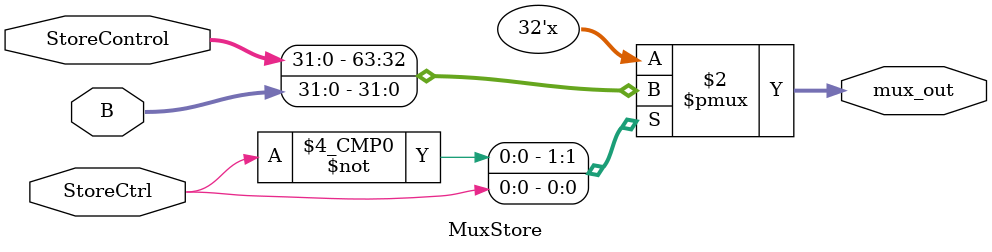
<source format=v>
module MuxStore(StoreCtrl, StoreControl, B, mux_out);

input StoreCtrl;
input [31:0] StoreControl;
input [31:0] B;
output reg [31:0] mux_out;

always @ (StoreCtrl)
begin

case(StoreCtrl)
1'd0:mux_out <= StoreControl;
1'd1:mux_out <= B;
endcase

end
endmodule 
</source>
